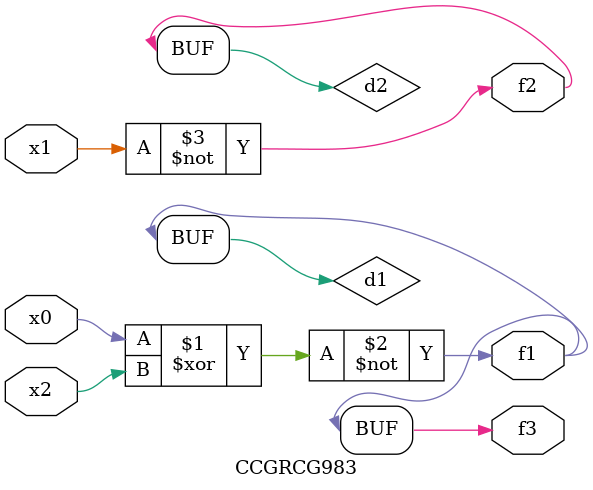
<source format=v>
module CCGRCG983(
	input x0, x1, x2,
	output f1, f2, f3
);

	wire d1, d2, d3;

	xnor (d1, x0, x2);
	nand (d2, x1);
	nor (d3, x1, x2);
	assign f1 = d1;
	assign f2 = d2;
	assign f3 = d1;
endmodule

</source>
